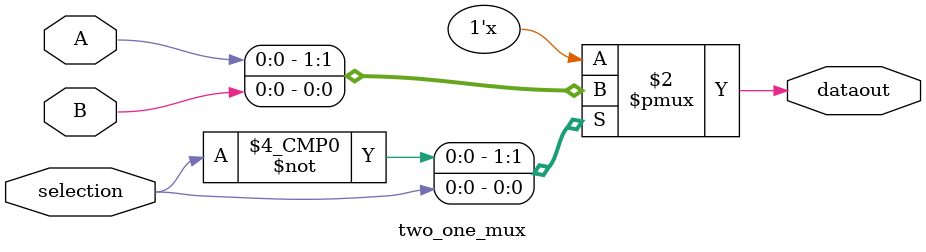
<source format=sv>

module two_one_mux
(
input logic selection, 
input logic A, 
input logic B,
output logic dataout
);

always_comb begin
    dataout = 1'b0;

    case(selection)
    1'b0: dataout = A;
    1'b1: dataout = B;
    endcase

end


endmodule

</source>
